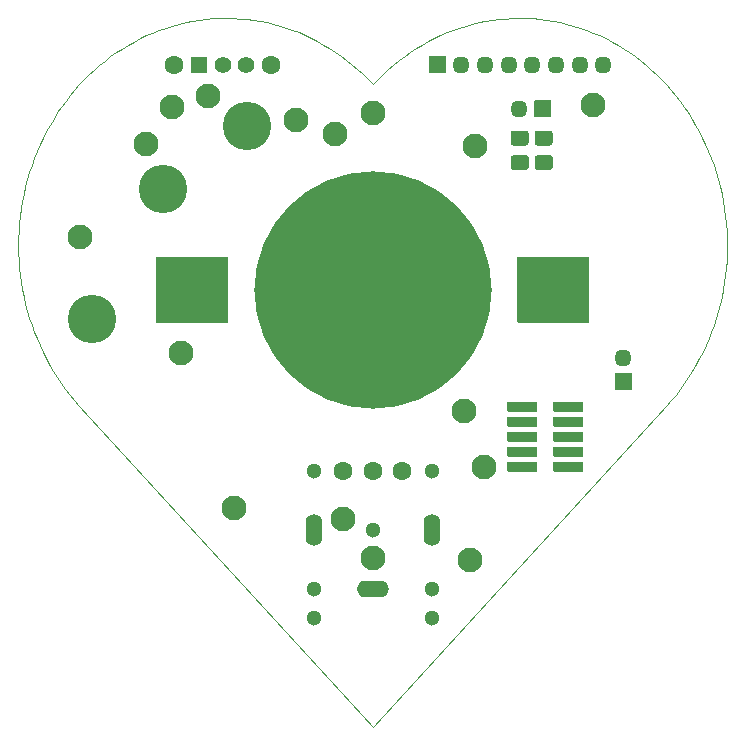
<source format=gbr>
%TF.GenerationSoftware,KiCad,Pcbnew,5.1.8*%
%TF.CreationDate,2021-02-28T21:38:59-05:00*%
%TF.ProjectId,ECG,4543472e-6b69-4636-9164-5f7063625858,rev?*%
%TF.SameCoordinates,Original*%
%TF.FileFunction,Soldermask,Bot*%
%TF.FilePolarity,Negative*%
%FSLAX46Y46*%
G04 Gerber Fmt 4.6, Leading zero omitted, Abs format (unit mm)*
G04 Created by KiCad (PCBNEW 5.1.8) date 2021-02-28 21:38:59*
%MOMM*%
%LPD*%
G01*
G04 APERTURE LIST*
%TA.AperFunction,Profile*%
%ADD10C,0.100000*%
%TD*%
%ADD11C,20.100000*%
%ADD12C,2.100000*%
%ADD13O,1.450000X1.450000*%
%ADD14C,4.100000*%
%ADD15C,1.300000*%
%ADD16O,2.716000X1.408000*%
%ADD17C,1.608000*%
%ADD18O,1.408000X2.716000*%
%ADD19C,1.600000*%
%ADD20C,1.408000*%
G04 APERTURE END LIST*
D10*
X177794600Y-111882900D02*
X178154600Y-111385100D01*
X178154600Y-111385100D02*
X178498200Y-110876200D01*
X178498200Y-110876200D02*
X178825400Y-110356700D01*
X178825400Y-110356700D02*
X179136100Y-109827200D01*
X179136100Y-109827200D02*
X179430000Y-109288000D01*
X179430000Y-109288000D02*
X179707100Y-108739800D01*
X179707100Y-108739800D02*
X179967300Y-108182900D01*
X179967300Y-108182900D02*
X180210400Y-107617900D01*
X126111700Y-112369300D02*
X126503990Y-112843500D01*
X126503990Y-112843500D02*
X126912260Y-113305200D01*
X126912260Y-113305200D02*
X151765000Y-140490000D01*
X151765000Y-140490000D02*
X176617900Y-113305000D01*
X176617900Y-113305000D02*
X177026200Y-112843300D01*
X177026200Y-112843300D02*
X177418400Y-112369100D01*
X177418400Y-112369100D02*
X177794600Y-111882900D01*
X180210400Y-107617900D02*
X180436400Y-107045200D01*
X180436400Y-107045200D02*
X180645100Y-106465400D01*
X180645100Y-106465400D02*
X180836400Y-105878900D01*
X180836400Y-105878900D02*
X181010100Y-105286200D01*
X181010100Y-105286200D02*
X181166200Y-104687800D01*
X181166200Y-104687800D02*
X181304500Y-104084200D01*
X181304500Y-104084200D02*
X181425000Y-103475900D01*
X181425000Y-103475900D02*
X181527400Y-102863400D01*
X181684400Y-97869400D02*
X181619400Y-97240700D01*
X181619400Y-97240700D02*
X181535200Y-96612700D01*
X181535200Y-96612700D02*
X181431700Y-95985900D01*
X181431700Y-95985900D02*
X181308700Y-95360700D01*
X181308700Y-95360700D02*
X181166200Y-94737600D01*
X181166200Y-94737600D02*
X181004800Y-94120000D01*
X181004800Y-94120000D02*
X180825500Y-93511300D01*
X180825500Y-93511300D02*
X180628600Y-92911800D01*
X181527400Y-102863400D02*
X181611700Y-102247100D01*
X181611700Y-102247100D02*
X181677800Y-101627600D01*
X181677800Y-101627600D02*
X181725500Y-101005300D01*
X181725500Y-101005300D02*
X181754700Y-100380700D01*
X181754700Y-100380700D02*
X181765400Y-99754300D01*
X181765400Y-99754300D02*
X181757300Y-99126700D01*
X181757300Y-99126700D02*
X181730300Y-98498200D01*
X181730300Y-98498200D02*
X181684400Y-97869400D01*
X180628600Y-92911800D02*
X180414500Y-92321900D01*
X180414500Y-92321900D02*
X180183400Y-91741900D01*
X180183400Y-91741900D02*
X179935700Y-91172200D01*
X179935700Y-91172200D02*
X179671800Y-90613200D01*
X179671800Y-90613200D02*
X179391900Y-90065160D01*
X122363821Y-94737500D02*
X122221297Y-95360600D01*
X122221297Y-95360600D02*
X122098333Y-95985900D01*
X122098333Y-95985900D02*
X121994812Y-96612700D01*
X121994812Y-96612700D02*
X121910612Y-97240700D01*
X121910612Y-97240700D02*
X121845615Y-97869400D01*
X121845615Y-97869400D02*
X121799701Y-98498200D01*
X121799701Y-98498200D02*
X121772750Y-99126700D01*
X121772750Y-99126700D02*
X121764643Y-99754400D01*
X121764643Y-99754400D02*
X121775260Y-100380800D01*
X121775260Y-100380800D02*
X121804482Y-101005400D01*
X121804482Y-101005400D02*
X121852189Y-101627700D01*
X121852189Y-101627700D02*
X121918261Y-102247200D01*
X121918261Y-102247200D02*
X122002579Y-102863500D01*
X122002579Y-102863500D02*
X122105023Y-103476000D01*
X122105023Y-103476000D02*
X122225473Y-104084300D01*
X122225473Y-104084300D02*
X122363811Y-104687900D01*
X122363811Y-104687900D02*
X122519916Y-105286300D01*
X122519916Y-105286300D02*
X122693668Y-105879000D01*
X122693668Y-105879000D02*
X122884950Y-106465500D01*
X122884950Y-106465500D02*
X123093640Y-107045400D01*
X123093640Y-107045400D02*
X123319620Y-107618000D01*
X123319620Y-107618000D02*
X123562770Y-108183100D01*
X123562770Y-108183100D02*
X123822960Y-108739900D01*
X123822960Y-108739900D02*
X124100090Y-109288200D01*
X124100090Y-109288200D02*
X124394030Y-109827400D01*
X124394030Y-109827400D02*
X124704660Y-110356900D01*
X124704660Y-110356900D02*
X125031860Y-110876400D01*
X125031860Y-110876400D02*
X125375520Y-111385200D01*
X125375520Y-111385200D02*
X125735500Y-111883100D01*
X125735500Y-111883100D02*
X126111700Y-112369300D01*
X179391900Y-90065160D02*
X179096400Y-89528520D01*
X179096400Y-89528520D02*
X178785600Y-89003590D01*
X178785600Y-89003590D02*
X178459800Y-88490760D01*
X178459800Y-88490760D02*
X178119400Y-87990360D01*
X178119400Y-87990360D02*
X177764600Y-87502760D01*
X177764600Y-87502760D02*
X177395900Y-87028310D01*
X177395900Y-87028310D02*
X177013600Y-86567380D01*
X177013600Y-86567380D02*
X176617900Y-86120310D01*
X176617900Y-86120310D02*
X176209100Y-85687470D01*
X176209100Y-85687470D02*
X175787700Y-85269220D01*
X175787700Y-85269220D02*
X175354000Y-84865910D01*
X175354000Y-84865910D02*
X174908200Y-84477900D01*
X174908200Y-84477900D02*
X174450800Y-84105540D01*
X174450800Y-84105540D02*
X173981900Y-83749200D01*
X173981900Y-83749200D02*
X173502000Y-83409230D01*
X173502000Y-83409230D02*
X173011400Y-83085990D01*
X173011400Y-83085990D02*
X172510400Y-82779830D01*
X172510400Y-82779830D02*
X171999300Y-82491120D01*
X171999300Y-82491120D02*
X171478500Y-82220210D01*
X171478500Y-82220210D02*
X170948300Y-81967450D01*
X170948300Y-81967450D02*
X170409000Y-81733220D01*
X170409000Y-81733220D02*
X169860900Y-81517850D01*
X169860900Y-81517850D02*
X169304400Y-81321716D01*
X169304400Y-81321716D02*
X168739800Y-81145168D01*
X168739800Y-81145168D02*
X168170200Y-80989277D01*
X168170200Y-80989277D02*
X167598600Y-80854781D01*
X167598600Y-80854781D02*
X167025500Y-80741550D01*
X167025500Y-80741550D02*
X166451400Y-80649454D01*
X166451400Y-80649454D02*
X165876700Y-80578361D01*
X165876700Y-80578361D02*
X165301800Y-80528141D01*
X165301800Y-80528141D02*
X164727200Y-80498664D01*
X164727200Y-80498664D02*
X164153400Y-80489797D01*
X164153400Y-80489797D02*
X163580800Y-80501411D01*
X163580800Y-80501411D02*
X163009800Y-80533374D01*
X163009800Y-80533374D02*
X162440900Y-80585555D01*
X162440900Y-80585555D02*
X161874500Y-80657825D01*
X161874500Y-80657825D02*
X161311100Y-80750052D01*
X161311100Y-80750052D02*
X160751100Y-80862106D01*
X160751100Y-80862106D02*
X160195000Y-80993854D01*
X160195000Y-80993854D02*
X159643200Y-81145168D01*
X159643200Y-81145168D02*
X159096100Y-81315915D01*
X159096100Y-81315915D02*
X158554300Y-81505970D01*
X158554300Y-81505970D02*
X158018100Y-81715190D01*
X158018100Y-81715190D02*
X157488000Y-81943450D01*
X157488000Y-81943450D02*
X156964500Y-82190630D01*
X156964500Y-82190630D02*
X156447900Y-82456580D01*
X156447900Y-82456580D02*
X155938800Y-82741190D01*
X155938800Y-82741190D02*
X155437600Y-83044310D01*
X155437600Y-83044310D02*
X154944700Y-83365820D01*
X154944700Y-83365820D02*
X154460600Y-83705590D01*
X154460600Y-83705590D02*
X153985700Y-84063480D01*
X153985700Y-84063480D02*
X153520400Y-84439360D01*
X153520400Y-84439360D02*
X153065300Y-84833120D01*
X153065300Y-84833120D02*
X152620800Y-85244600D01*
X152620800Y-85244600D02*
X152187200Y-85673690D01*
X152187200Y-85673690D02*
X151765200Y-86120250D01*
X151765200Y-86120250D02*
X151343100Y-85673670D01*
X151343100Y-85673670D02*
X150909500Y-85244570D01*
X150909500Y-85244570D02*
X150465000Y-84833070D01*
X150465000Y-84833070D02*
X150009900Y-84439310D01*
X150009900Y-84439310D02*
X149544700Y-84063410D01*
X149544700Y-84063410D02*
X149069800Y-83705500D01*
X149069800Y-83705500D02*
X148585600Y-83365730D01*
X148585600Y-83365730D02*
X148092800Y-83044200D01*
X148092800Y-83044200D02*
X147591500Y-82741070D01*
X147591500Y-82741070D02*
X147082400Y-82456460D01*
X147082400Y-82456460D02*
X146565900Y-82190490D01*
X146565900Y-82190490D02*
X146042300Y-81943310D01*
X146042300Y-81943310D02*
X145512200Y-81715040D01*
X145512200Y-81715040D02*
X144976000Y-81505810D01*
X144976000Y-81505810D02*
X144434200Y-81315753D01*
X144434200Y-81315753D02*
X143887100Y-81144999D01*
X143887100Y-81144999D02*
X143335300Y-80993681D01*
X143335300Y-80993681D02*
X142779200Y-80861928D01*
X142779200Y-80861928D02*
X142219200Y-80749871D01*
X142219200Y-80749871D02*
X141655800Y-80657641D01*
X141655800Y-80657641D02*
X141089400Y-80585370D01*
X141089400Y-80585370D02*
X140520400Y-80533187D01*
X140520400Y-80533187D02*
X139949400Y-80501223D01*
X139949400Y-80501223D02*
X139376800Y-80489610D01*
X139376800Y-80489610D02*
X138803000Y-80498477D01*
X138803000Y-80498477D02*
X138228400Y-80527957D01*
X138228400Y-80527957D02*
X137653500Y-80578180D01*
X137653500Y-80578180D02*
X137078800Y-80649276D01*
X137078800Y-80649276D02*
X136504600Y-80741376D01*
X136504600Y-80741376D02*
X135931600Y-80854612D01*
X135931600Y-80854612D02*
X135359900Y-80989114D01*
X135359900Y-80989114D02*
X134790300Y-81145012D01*
X134790300Y-81145012D02*
X134225700Y-81321564D01*
X134225700Y-81321564D02*
X133669200Y-81517700D01*
X133669200Y-81517700D02*
X133121100Y-81733070D01*
X133121100Y-81733070D02*
X132581800Y-81967320D01*
X132581800Y-81967320D02*
X132051600Y-82220070D01*
X132051600Y-82220070D02*
X131530770Y-82490990D01*
X131530770Y-82490990D02*
X131019700Y-82779710D01*
X131019700Y-82779710D02*
X130518690Y-83085870D01*
X130518690Y-83085870D02*
X130028080Y-83409110D01*
X130028080Y-83409110D02*
X129548180Y-83749090D01*
X129548180Y-83749090D02*
X129079340Y-84105430D01*
X129079340Y-84105430D02*
X128621860Y-84477790D01*
X128621860Y-84477790D02*
X128176090Y-84865810D01*
X128176090Y-84865810D02*
X127742340Y-85269120D01*
X127742340Y-85269120D02*
X127320940Y-85687380D01*
X127320940Y-85687380D02*
X126912230Y-86120220D01*
X126912230Y-86120220D02*
X126516520Y-86567290D01*
X126516520Y-86567290D02*
X126134140Y-87028230D01*
X126134140Y-87028230D02*
X125765430Y-87502680D01*
X125765430Y-87502680D02*
X125410700Y-87990280D01*
X125410700Y-87990280D02*
X125070280Y-88490680D01*
X125070280Y-88490680D02*
X124744500Y-89003520D01*
X124744500Y-89003520D02*
X124433690Y-89528450D01*
X124433690Y-89528450D02*
X124138180Y-90065100D01*
X124138180Y-90065100D02*
X123858280Y-90613100D01*
X123858280Y-90613100D02*
X123594330Y-91172100D01*
X123594330Y-91172100D02*
X123346660Y-91741800D01*
X123346660Y-91741800D02*
X123115580Y-92321800D01*
X123115580Y-92321800D02*
X122901430Y-92911700D01*
X122901430Y-92911700D02*
X122704541Y-93511200D01*
X122704541Y-93511200D02*
X122525227Y-94119900D01*
X122525227Y-94119900D02*
X122363821Y-94737500D01*
X122363821Y-94737500D02*
X122363821Y-94737500D01*
X122363821Y-94737500D02*
X122363821Y-94737500D01*
%TO.C,C27*%
G36*
G01*
X165739276Y-92094000D02*
X166746724Y-92094000D01*
G75*
G02*
X167018000Y-92365276I0J-271276D01*
G01*
X167018000Y-93097724D01*
G75*
G02*
X166746724Y-93369000I-271276J0D01*
G01*
X165739276Y-93369000D01*
G75*
G02*
X165468000Y-93097724I0J271276D01*
G01*
X165468000Y-92365276D01*
G75*
G02*
X165739276Y-92094000I271276J0D01*
G01*
G37*
G36*
G01*
X165739276Y-90019000D02*
X166746724Y-90019000D01*
G75*
G02*
X167018000Y-90290276I0J-271276D01*
G01*
X167018000Y-91022724D01*
G75*
G02*
X166746724Y-91294000I-271276J0D01*
G01*
X165739276Y-91294000D01*
G75*
G02*
X165468000Y-91022724I0J271276D01*
G01*
X165468000Y-90290276D01*
G75*
G02*
X165739276Y-90019000I271276J0D01*
G01*
G37*
%TD*%
%TO.C,C26*%
G36*
G01*
X163707276Y-92094000D02*
X164714724Y-92094000D01*
G75*
G02*
X164986000Y-92365276I0J-271276D01*
G01*
X164986000Y-93097724D01*
G75*
G02*
X164714724Y-93369000I-271276J0D01*
G01*
X163707276Y-93369000D01*
G75*
G02*
X163436000Y-93097724I0J271276D01*
G01*
X163436000Y-92365276D01*
G75*
G02*
X163707276Y-92094000I271276J0D01*
G01*
G37*
G36*
G01*
X163707276Y-90019000D02*
X164714724Y-90019000D01*
G75*
G02*
X164986000Y-90290276I0J-271276D01*
G01*
X164986000Y-91022724D01*
G75*
G02*
X164714724Y-91294000I-271276J0D01*
G01*
X163707276Y-91294000D01*
G75*
G02*
X163436000Y-91022724I0J271276D01*
G01*
X163436000Y-90290276D01*
G75*
G02*
X163707276Y-90019000I271276J0D01*
G01*
G37*
%TD*%
%TO.C,BT1*%
G36*
G01*
X133415000Y-106255000D02*
X133415000Y-100755000D01*
G75*
G02*
X133465000Y-100705000I50000J0D01*
G01*
X139465000Y-100705000D01*
G75*
G02*
X139515000Y-100755000I0J-50000D01*
G01*
X139515000Y-106255000D01*
G75*
G02*
X139465000Y-106305000I-50000J0D01*
G01*
X133465000Y-106305000D01*
G75*
G02*
X133415000Y-106255000I0J50000D01*
G01*
G37*
G36*
G01*
X164015000Y-106255000D02*
X164015000Y-100755000D01*
G75*
G02*
X164065000Y-100705000I50000J0D01*
G01*
X170065000Y-100705000D01*
G75*
G02*
X170115000Y-100755000I0J-50000D01*
G01*
X170115000Y-106255000D01*
G75*
G02*
X170065000Y-106305000I-50000J0D01*
G01*
X164065000Y-106305000D01*
G75*
G02*
X164015000Y-106255000I0J50000D01*
G01*
G37*
D11*
X151765000Y-103505000D03*
%TD*%
%TO.C,J5*%
G36*
G01*
X167070000Y-113781000D02*
X167070000Y-113041000D01*
G75*
G02*
X167120000Y-112991000I50000J0D01*
G01*
X169520000Y-112991000D01*
G75*
G02*
X169570000Y-113041000I0J-50000D01*
G01*
X169570000Y-113781000D01*
G75*
G02*
X169520000Y-113831000I-50000J0D01*
G01*
X167120000Y-113831000D01*
G75*
G02*
X167070000Y-113781000I0J50000D01*
G01*
G37*
G36*
G01*
X163170000Y-113781000D02*
X163170000Y-113041000D01*
G75*
G02*
X163220000Y-112991000I50000J0D01*
G01*
X165620000Y-112991000D01*
G75*
G02*
X165670000Y-113041000I0J-50000D01*
G01*
X165670000Y-113781000D01*
G75*
G02*
X165620000Y-113831000I-50000J0D01*
G01*
X163220000Y-113831000D01*
G75*
G02*
X163170000Y-113781000I0J50000D01*
G01*
G37*
G36*
G01*
X167070000Y-115051000D02*
X167070000Y-114311000D01*
G75*
G02*
X167120000Y-114261000I50000J0D01*
G01*
X169520000Y-114261000D01*
G75*
G02*
X169570000Y-114311000I0J-50000D01*
G01*
X169570000Y-115051000D01*
G75*
G02*
X169520000Y-115101000I-50000J0D01*
G01*
X167120000Y-115101000D01*
G75*
G02*
X167070000Y-115051000I0J50000D01*
G01*
G37*
G36*
G01*
X163170000Y-115051000D02*
X163170000Y-114311000D01*
G75*
G02*
X163220000Y-114261000I50000J0D01*
G01*
X165620000Y-114261000D01*
G75*
G02*
X165670000Y-114311000I0J-50000D01*
G01*
X165670000Y-115051000D01*
G75*
G02*
X165620000Y-115101000I-50000J0D01*
G01*
X163220000Y-115101000D01*
G75*
G02*
X163170000Y-115051000I0J50000D01*
G01*
G37*
G36*
G01*
X167070000Y-116321000D02*
X167070000Y-115581000D01*
G75*
G02*
X167120000Y-115531000I50000J0D01*
G01*
X169520000Y-115531000D01*
G75*
G02*
X169570000Y-115581000I0J-50000D01*
G01*
X169570000Y-116321000D01*
G75*
G02*
X169520000Y-116371000I-50000J0D01*
G01*
X167120000Y-116371000D01*
G75*
G02*
X167070000Y-116321000I0J50000D01*
G01*
G37*
G36*
G01*
X163170000Y-116321000D02*
X163170000Y-115581000D01*
G75*
G02*
X163220000Y-115531000I50000J0D01*
G01*
X165620000Y-115531000D01*
G75*
G02*
X165670000Y-115581000I0J-50000D01*
G01*
X165670000Y-116321000D01*
G75*
G02*
X165620000Y-116371000I-50000J0D01*
G01*
X163220000Y-116371000D01*
G75*
G02*
X163170000Y-116321000I0J50000D01*
G01*
G37*
G36*
G01*
X167070000Y-117591000D02*
X167070000Y-116851000D01*
G75*
G02*
X167120000Y-116801000I50000J0D01*
G01*
X169520000Y-116801000D01*
G75*
G02*
X169570000Y-116851000I0J-50000D01*
G01*
X169570000Y-117591000D01*
G75*
G02*
X169520000Y-117641000I-50000J0D01*
G01*
X167120000Y-117641000D01*
G75*
G02*
X167070000Y-117591000I0J50000D01*
G01*
G37*
G36*
G01*
X163170000Y-117591000D02*
X163170000Y-116851000D01*
G75*
G02*
X163220000Y-116801000I50000J0D01*
G01*
X165620000Y-116801000D01*
G75*
G02*
X165670000Y-116851000I0J-50000D01*
G01*
X165670000Y-117591000D01*
G75*
G02*
X165620000Y-117641000I-50000J0D01*
G01*
X163220000Y-117641000D01*
G75*
G02*
X163170000Y-117591000I0J50000D01*
G01*
G37*
G36*
G01*
X167070000Y-118861000D02*
X167070000Y-118121000D01*
G75*
G02*
X167120000Y-118071000I50000J0D01*
G01*
X169520000Y-118071000D01*
G75*
G02*
X169570000Y-118121000I0J-50000D01*
G01*
X169570000Y-118861000D01*
G75*
G02*
X169520000Y-118911000I-50000J0D01*
G01*
X167120000Y-118911000D01*
G75*
G02*
X167070000Y-118861000I0J50000D01*
G01*
G37*
G36*
G01*
X163170000Y-118861000D02*
X163170000Y-118121000D01*
G75*
G02*
X163220000Y-118071000I50000J0D01*
G01*
X165620000Y-118071000D01*
G75*
G02*
X165670000Y-118121000I0J-50000D01*
G01*
X165670000Y-118861000D01*
G75*
G02*
X165620000Y-118911000I-50000J0D01*
G01*
X163220000Y-118911000D01*
G75*
G02*
X163170000Y-118861000I0J50000D01*
G01*
G37*
%TD*%
D12*
%TO.C,TP13*%
X160426400Y-91287600D03*
%TD*%
%TO.C,TP12*%
X170434000Y-87884000D03*
%TD*%
D13*
%TO.C,J4*%
X172974000Y-109252000D03*
G36*
G01*
X173699000Y-110577000D02*
X173699000Y-111927000D01*
G75*
G02*
X173649000Y-111977000I-50000J0D01*
G01*
X172299000Y-111977000D01*
G75*
G02*
X172249000Y-111927000I0J50000D01*
G01*
X172249000Y-110577000D01*
G75*
G02*
X172299000Y-110527000I50000J0D01*
G01*
X173649000Y-110527000D01*
G75*
G02*
X173699000Y-110577000I0J-50000D01*
G01*
G37*
%TD*%
%TO.C,J3*%
X171276800Y-84429600D03*
X169276800Y-84429600D03*
X167276800Y-84429600D03*
X165276800Y-84429600D03*
X163276800Y-84429600D03*
X161276800Y-84429600D03*
X159276800Y-84429600D03*
G36*
G01*
X157951800Y-85154600D02*
X156601800Y-85154600D01*
G75*
G02*
X156551800Y-85104600I0J50000D01*
G01*
X156551800Y-83754600D01*
G75*
G02*
X156601800Y-83704600I50000J0D01*
G01*
X157951800Y-83704600D01*
G75*
G02*
X158001800Y-83754600I0J-50000D01*
G01*
X158001800Y-85104600D01*
G75*
G02*
X157951800Y-85154600I-50000J0D01*
G01*
G37*
%TD*%
%TO.C,J2*%
X164166800Y-88188800D03*
G36*
G01*
X165491800Y-87463800D02*
X166841800Y-87463800D01*
G75*
G02*
X166891800Y-87513800I0J-50000D01*
G01*
X166891800Y-88863800D01*
G75*
G02*
X166841800Y-88913800I-50000J0D01*
G01*
X165491800Y-88913800D01*
G75*
G02*
X165441800Y-88863800I0J50000D01*
G01*
X165441800Y-87513800D01*
G75*
G02*
X165491800Y-87463800I50000J0D01*
G01*
G37*
%TD*%
D12*
%TO.C,TP21*%
X161163000Y-118491000D03*
%TD*%
%TO.C,TP20*%
X149225000Y-122936000D03*
%TD*%
D14*
%TO.C,TP19*%
X128000000Y-106000000D03*
%TD*%
D12*
%TO.C,TP17*%
X145288000Y-89154000D03*
%TD*%
%TO.C,TP16*%
X135509000Y-108839000D03*
%TD*%
%TO.C,TP15*%
X159512000Y-113792000D03*
%TD*%
%TO.C,TP11*%
X140000000Y-122000000D03*
%TD*%
%TO.C,TP10*%
X160020000Y-126365000D03*
%TD*%
%TO.C,TP9*%
X134747000Y-88011000D03*
%TD*%
%TO.C,TP8*%
X151765000Y-126238000D03*
%TD*%
%TO.C,TP7*%
X137795000Y-87122000D03*
%TD*%
%TO.C,TP6*%
X151765000Y-88519000D03*
%TD*%
%TO.C,TP5*%
X148590000Y-90297000D03*
%TD*%
D14*
%TO.C,TP4*%
X141097000Y-89662000D03*
%TD*%
D12*
%TO.C,TP3*%
X132588000Y-91186000D03*
%TD*%
D14*
%TO.C,TP2*%
X133985000Y-94996000D03*
%TD*%
D12*
%TO.C,TP1*%
X127000000Y-99000000D03*
%TD*%
D15*
%TO.C,J1*%
X156765000Y-131325000D03*
X156765000Y-128825000D03*
X146765000Y-131325000D03*
X146765000Y-128825000D03*
X151765000Y-123825000D03*
X156765000Y-118825000D03*
X146765000Y-118825000D03*
D16*
X151765000Y-128825000D03*
D17*
X149265000Y-118825000D03*
X151765000Y-118825000D03*
X154265000Y-118825000D03*
D18*
X156765000Y-123825000D03*
X146765000Y-123825000D03*
%TD*%
D19*
%TO.C,S1*%
X143165000Y-84455000D03*
X134965000Y-84455000D03*
D20*
X141065000Y-84455000D03*
X139065000Y-84455000D03*
G36*
G01*
X136361000Y-85109000D02*
X136361000Y-83801000D01*
G75*
G02*
X136411000Y-83751000I50000J0D01*
G01*
X137719000Y-83751000D01*
G75*
G02*
X137769000Y-83801000I0J-50000D01*
G01*
X137769000Y-85109000D01*
G75*
G02*
X137719000Y-85159000I-50000J0D01*
G01*
X136411000Y-85159000D01*
G75*
G02*
X136361000Y-85109000I0J50000D01*
G01*
G37*
%TD*%
M02*

</source>
